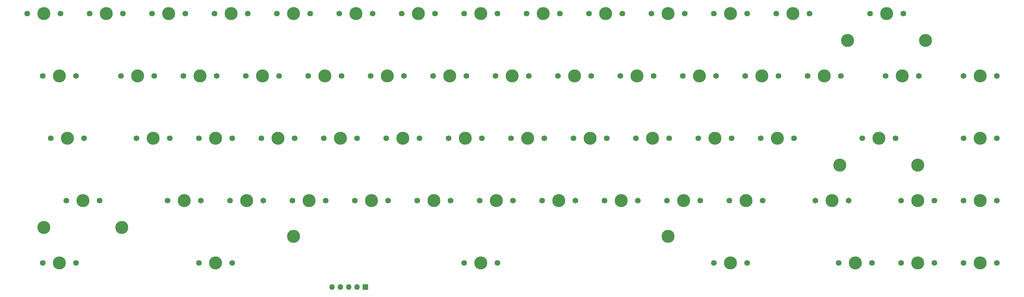
<source format=gbr>
%TF.GenerationSoftware,KiCad,Pcbnew,8.0.4*%
%TF.CreationDate,2024-09-08T22:21:23-07:00*%
%TF.ProjectId,65-wkl-pcb,36352d77-6b6c-42d7-9063-622e6b696361,rev?*%
%TF.SameCoordinates,Original*%
%TF.FileFunction,Soldermask,Top*%
%TF.FilePolarity,Negative*%
%FSLAX46Y46*%
G04 Gerber Fmt 4.6, Leading zero omitted, Abs format (unit mm)*
G04 Created by KiCad (PCBNEW 8.0.4) date 2024-09-08 22:21:23*
%MOMM*%
%LPD*%
G01*
G04 APERTURE LIST*
%ADD10C,3.987800*%
%ADD11C,1.750000*%
%ADD12O,1.700000X1.700000*%
%ADD13R,1.700000X1.700000*%
G04 APERTURE END LIST*
D10*
%TO.C,S1*%
X215106250Y-92710000D03*
X100806250Y-92710000D03*
%TD*%
D11*
%TO.C,MX3*%
X67786250Y-24606250D03*
D10*
X62706250Y-24606250D03*
D11*
X57626250Y-24606250D03*
%TD*%
%TO.C,MX4*%
X86836250Y-24606250D03*
D10*
X81756250Y-24606250D03*
D11*
X76676250Y-24606250D03*
%TD*%
%TO.C,MX37*%
X177323750Y-62706250D03*
D10*
X172243750Y-62706250D03*
D11*
X167163750Y-62706250D03*
%TD*%
%TO.C,MX7*%
X143986250Y-24606250D03*
D10*
X138906250Y-24606250D03*
D11*
X133826250Y-24606250D03*
%TD*%
%TO.C,MX16*%
X58261250Y-43656250D03*
D10*
X53181250Y-43656250D03*
D11*
X48101250Y-43656250D03*
%TD*%
%TO.C,MX29*%
X315436250Y-43656250D03*
D10*
X310356250Y-43656250D03*
D11*
X305276250Y-43656250D03*
%TD*%
%TO.C,MX39*%
X215423750Y-62706250D03*
D10*
X210343750Y-62706250D03*
D11*
X205263750Y-62706250D03*
%TD*%
%TO.C,MX13*%
X258286250Y-24606250D03*
D10*
X253206250Y-24606250D03*
D11*
X248126250Y-24606250D03*
%TD*%
%TO.C,MX63*%
X296386250Y-100806250D03*
D10*
X291306250Y-100806250D03*
D11*
X286226250Y-100806250D03*
%TD*%
%TO.C,MX2*%
X48736250Y-24606250D03*
D10*
X43656250Y-24606250D03*
D11*
X38576250Y-24606250D03*
%TD*%
%TO.C,MX24*%
X210661250Y-43656250D03*
D10*
X205581250Y-43656250D03*
D11*
X200501250Y-43656250D03*
%TD*%
%TO.C,MX56*%
X296386250Y-81756250D03*
D10*
X291306250Y-81756250D03*
D11*
X286226250Y-81756250D03*
%TD*%
%TO.C,MX35*%
X139223750Y-62706250D03*
D10*
X134143750Y-62706250D03*
D11*
X129063750Y-62706250D03*
%TD*%
%TO.C,MX28*%
X291623750Y-43656250D03*
D10*
X286543750Y-43656250D03*
D11*
X281463750Y-43656250D03*
%TD*%
%TO.C,MX5*%
X105886250Y-24606250D03*
D10*
X100806250Y-24606250D03*
D11*
X95726250Y-24606250D03*
%TD*%
%TO.C,MX59*%
X82073750Y-100806250D03*
D10*
X76993750Y-100806250D03*
D11*
X71913750Y-100806250D03*
%TD*%
%TO.C,MX31*%
X63023750Y-62706250D03*
D10*
X57943750Y-62706250D03*
D11*
X52863750Y-62706250D03*
%TD*%
%TO.C,MX8*%
X163036250Y-24606250D03*
D10*
X157956250Y-24606250D03*
D11*
X152876250Y-24606250D03*
%TD*%
%TO.C,MX11*%
X220186250Y-24606250D03*
D10*
X215106250Y-24606250D03*
D11*
X210026250Y-24606250D03*
%TD*%
%TO.C,MX10*%
X201136250Y-24606250D03*
D10*
X196056250Y-24606250D03*
D11*
X190976250Y-24606250D03*
%TD*%
%TO.C,MX47*%
X110648750Y-81756250D03*
D10*
X105568750Y-81756250D03*
D11*
X100488750Y-81756250D03*
%TD*%
%TO.C,MX62*%
X277336250Y-100806250D03*
D10*
X272256250Y-100806250D03*
D11*
X267176250Y-100806250D03*
%TD*%
%TO.C,MX48*%
X129698750Y-81756250D03*
D10*
X124618750Y-81756250D03*
D11*
X119538750Y-81756250D03*
%TD*%
%TO.C,MX15*%
X34448750Y-43656250D03*
D10*
X29368750Y-43656250D03*
D11*
X24288750Y-43656250D03*
%TD*%
%TO.C,MX27*%
X267811250Y-43656250D03*
D10*
X262731250Y-43656250D03*
D11*
X257651250Y-43656250D03*
%TD*%
%TO.C,MX22*%
X172561250Y-43656250D03*
D10*
X167481250Y-43656250D03*
D11*
X162401250Y-43656250D03*
%TD*%
%TO.C,MX60*%
X163036250Y-100806250D03*
D10*
X157956250Y-100806250D03*
D11*
X152876250Y-100806250D03*
%TD*%
%TO.C,MX42*%
X284480000Y-62706250D03*
D10*
X279400000Y-62706250D03*
D11*
X274320000Y-62706250D03*
%TD*%
%TO.C,MX57*%
X315436250Y-81756250D03*
D10*
X310356250Y-81756250D03*
D11*
X305276250Y-81756250D03*
%TD*%
%TO.C,MX20*%
X134461250Y-43656250D03*
D10*
X129381250Y-43656250D03*
D11*
X124301250Y-43656250D03*
%TD*%
%TO.C,MX52*%
X205898750Y-81756250D03*
D10*
X200818750Y-81756250D03*
D11*
X195738750Y-81756250D03*
%TD*%
%TO.C,MX50*%
X167798750Y-81756250D03*
D10*
X162718750Y-81756250D03*
D11*
X157638750Y-81756250D03*
%TD*%
%TO.C,MX40*%
X234473750Y-62706250D03*
D10*
X229393750Y-62706250D03*
D11*
X224313750Y-62706250D03*
%TD*%
%TO.C,MX41*%
X253523750Y-62706250D03*
D10*
X248443750Y-62706250D03*
D11*
X243363750Y-62706250D03*
%TD*%
%TO.C,MX53*%
X224948750Y-81756250D03*
D10*
X219868750Y-81756250D03*
D11*
X214788750Y-81756250D03*
%TD*%
%TO.C,MX25*%
X229711250Y-43656250D03*
D10*
X224631250Y-43656250D03*
D11*
X219551250Y-43656250D03*
%TD*%
D10*
%TO.C,S3*%
X291306250Y-70961250D03*
X267493750Y-70961250D03*
%TD*%
D11*
%TO.C,MX36*%
X158273750Y-62706250D03*
D10*
X153193750Y-62706250D03*
D11*
X148113750Y-62706250D03*
%TD*%
%TO.C,MX9*%
X182086250Y-24606250D03*
D10*
X177006250Y-24606250D03*
D11*
X171926250Y-24606250D03*
%TD*%
%TO.C,MX14*%
X286861250Y-24606250D03*
D10*
X281781250Y-24606250D03*
D11*
X276701250Y-24606250D03*
%TD*%
%TO.C,MX17*%
X77311250Y-43656250D03*
D10*
X72231250Y-43656250D03*
D11*
X67151250Y-43656250D03*
%TD*%
%TO.C,MX45*%
X72548750Y-81756250D03*
D10*
X67468750Y-81756250D03*
D11*
X62388750Y-81756250D03*
%TD*%
%TO.C,MX54*%
X243998750Y-81756250D03*
D10*
X238918750Y-81756250D03*
D11*
X233838750Y-81756250D03*
%TD*%
%TO.C,MX32*%
X82073750Y-62706250D03*
D10*
X76993750Y-62706250D03*
D11*
X71913750Y-62706250D03*
%TD*%
%TO.C,MX49*%
X148748750Y-81756250D03*
D10*
X143668750Y-81756250D03*
D11*
X138588750Y-81756250D03*
%TD*%
%TO.C,MX21*%
X153511250Y-43656250D03*
D10*
X148431250Y-43656250D03*
D11*
X143351250Y-43656250D03*
%TD*%
%TO.C,MX61*%
X239236250Y-100806250D03*
D10*
X234156250Y-100806250D03*
D11*
X229076250Y-100806250D03*
%TD*%
%TO.C,MX44*%
X41592500Y-81756250D03*
D10*
X36512500Y-81756250D03*
D11*
X31432500Y-81756250D03*
%TD*%
%TO.C,MX1*%
X29686250Y-24606250D03*
D10*
X24606250Y-24606250D03*
D11*
X19526250Y-24606250D03*
%TD*%
%TO.C,MX19*%
X115411250Y-43656250D03*
D10*
X110331250Y-43656250D03*
D11*
X105251250Y-43656250D03*
%TD*%
%TO.C,MX6*%
X124936250Y-24606250D03*
D10*
X119856250Y-24606250D03*
D11*
X114776250Y-24606250D03*
%TD*%
%TO.C,MX34*%
X120173750Y-62706250D03*
D10*
X115093750Y-62706250D03*
D11*
X110013750Y-62706250D03*
%TD*%
D10*
%TO.C,S4*%
X293687500Y-32861250D03*
X269875000Y-32861250D03*
%TD*%
D11*
%TO.C,MX38*%
X196373750Y-62706250D03*
D10*
X191293750Y-62706250D03*
D11*
X186213750Y-62706250D03*
%TD*%
%TO.C,MX30*%
X36830000Y-62706250D03*
D10*
X31750000Y-62706250D03*
D11*
X26670000Y-62706250D03*
%TD*%
%TO.C,MX18*%
X96361250Y-43656250D03*
D10*
X91281250Y-43656250D03*
D11*
X86201250Y-43656250D03*
%TD*%
%TO.C,MX43*%
X315436250Y-62706250D03*
D10*
X310356250Y-62706250D03*
D11*
X305276250Y-62706250D03*
%TD*%
%TO.C,MX58*%
X34448750Y-100806250D03*
D10*
X29368750Y-100806250D03*
D11*
X24288750Y-100806250D03*
%TD*%
%TO.C,MX26*%
X248761250Y-43656250D03*
D10*
X243681250Y-43656250D03*
D11*
X238601250Y-43656250D03*
%TD*%
%TO.C,MX51*%
X186848750Y-81756250D03*
D10*
X181768750Y-81756250D03*
D11*
X176688750Y-81756250D03*
%TD*%
%TO.C,MX64*%
X315436250Y-100806250D03*
D10*
X310356250Y-100806250D03*
D11*
X305276250Y-100806250D03*
%TD*%
%TO.C,MX33*%
X101123750Y-62706250D03*
D10*
X96043750Y-62706250D03*
D11*
X90963750Y-62706250D03*
%TD*%
%TO.C,MX12*%
X239236250Y-24606250D03*
D10*
X234156250Y-24606250D03*
D11*
X229076250Y-24606250D03*
%TD*%
%TO.C,MX23*%
X191611250Y-43656250D03*
D10*
X186531250Y-43656250D03*
D11*
X181451250Y-43656250D03*
%TD*%
%TO.C,MX46*%
X91598750Y-81756250D03*
D10*
X86518750Y-81756250D03*
D11*
X81438750Y-81756250D03*
%TD*%
%TO.C,MX55*%
X270192500Y-81756250D03*
D10*
X265112500Y-81756250D03*
D11*
X260032500Y-81756250D03*
%TD*%
D10*
%TO.C,S2*%
X48418750Y-90011250D03*
X24606250Y-90011250D03*
%TD*%
D12*
%TO.C,J3*%
X112575993Y-108219357D03*
X115115993Y-108219357D03*
X117655993Y-108219357D03*
X120195993Y-108219357D03*
D13*
X122735993Y-108219357D03*
%TD*%
M02*

</source>
